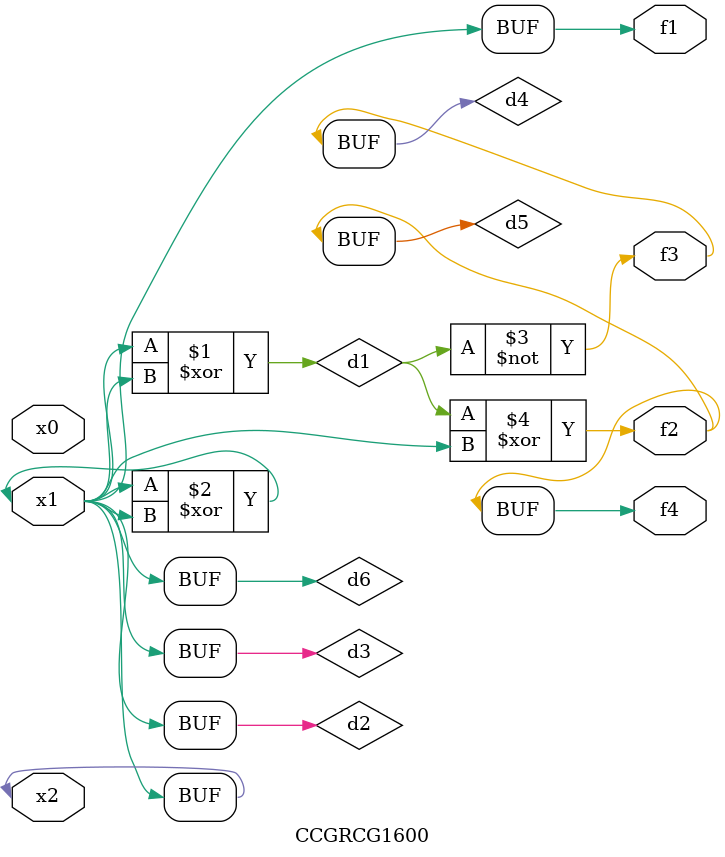
<source format=v>
module CCGRCG1600(
	input x0, x1, x2,
	output f1, f2, f3, f4
);

	wire d1, d2, d3, d4, d5, d6;

	xor (d1, x1, x2);
	buf (d2, x1, x2);
	xor (d3, x1, x2);
	nor (d4, d1);
	xor (d5, d1, d2);
	buf (d6, d2, d3);
	assign f1 = d6;
	assign f2 = d5;
	assign f3 = d4;
	assign f4 = d5;
endmodule

</source>
